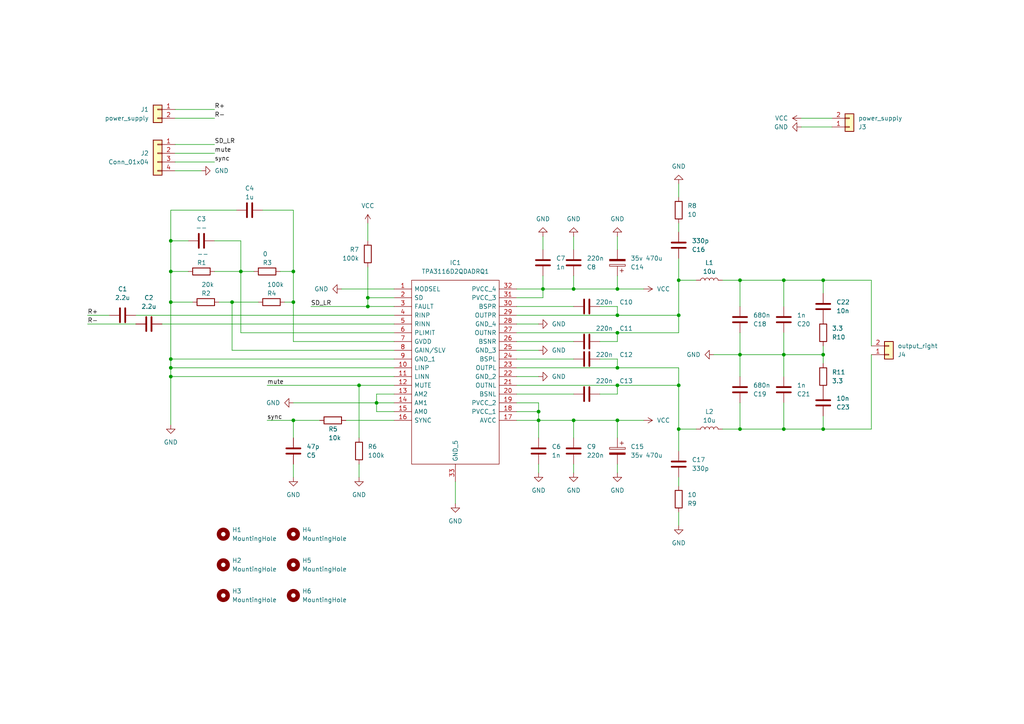
<source format=kicad_sch>
(kicad_sch (version 20230121) (generator eeschema)
  (paper "A4")
  (lib_symbols
    (symbol "Connector_Generic:Conn_01x02" (pin_names (offset 1.016) hide)
      (property "Reference" "J" (at 0 2.54 0))
      (property "Value" "Conn_01x02" (at 0 -5.08 0))
      (symbol "Conn_01x02_1_1"
        (rectangle (start -1.27 -2.413) (end 0 -2.667) (stroke (width 0.1524)))
        (rectangle (start -1.27 0.127) (end 0 -0.127) (stroke (width 0.1524)))
        (rectangle (start -1.27 1.27) (end 1.27 -3.81) (stroke (width 0.254)) (fill (type background)))
        (pin passive line (at -5.08 0 0) (length 3.81) (name "Pin_1") (number "1"))
        (pin passive line (at -5.08 -2.54 0) (length 3.81) (name "Pin_2") (number "2"))
      )
    )
    (symbol "Connector_Generic:Conn_01x04" (pin_names (offset 1.016) hide)
      (property "Reference" "J" (at 0 5.08 0))
      (property "Value" "Conn_01x04" (at 0 -7.62 0))
      (symbol "Conn_01x04_1_1"
        (rectangle (start -1.27 -4.953) (end 0 -5.207) (stroke (width 0.1524)))
        (rectangle (start -1.27 -2.413) (end 0 -2.667) (stroke (width 0.1524)))
        (rectangle (start -1.27 0.127) (end 0 -0.127) (stroke (width 0.1524)))
        (rectangle (start -1.27 2.667) (end 0 2.413) (stroke (width 0.1524)))
        (rectangle (start -1.27 3.81) (end 1.27 -6.35) (stroke (width 0.254)) (fill (type background)))
        (pin passive line (at -5.08 2.54 0) (length 3.81) (name "Pin_1") (number "1"))
        (pin passive line (at -5.08 0 0) (length 3.81) (name "Pin_2") (number "2"))
        (pin passive line (at -5.08 -2.54 0) (length 3.81) (name "Pin_3") (number "3"))
        (pin passive line (at -5.08 -5.08 0) (length 3.81) (name "Pin_4") (number "4"))
      )
    )
    (symbol "Device:C" (pin_numbers hide) (pin_names (offset 0.254))
      (property "Reference" "C" (at 0.635 2.54 0))
      (property "Value" "C" (at 0.635 -2.54 0))
      (symbol "C_0_1"
        (polyline (pts (xy -2.032 -0.762) (xy 2.032 -0.762)) (stroke (width 0.508)))
        (polyline (pts (xy -2.032 0.762) (xy 2.032 0.762)) (stroke (width 0.508)))
      )
      (symbol "C_1_1"
        (pin passive line (at 0 3.81 270) (length 2.794) (name "~") (number "1"))
        (pin passive line (at 0 -3.81 90) (length 2.794) (name "~") (number "2"))
      )
    )
    (symbol "Device:C_Polarized" (pin_numbers hide) (pin_names (offset 0.254))
      (property "Reference" "C" (at 0.635 2.54 0))
      (property "Value" "C_Polarized" (at 0.635 -2.54 0))
      (symbol "C_Polarized_0_1"
        (rectangle (start -2.286 0.508) (end 2.286 1.016))
        (polyline (pts (xy -1.778 2.286) (xy -0.762 2.286)))
        (polyline (pts (xy -1.27 2.794) (xy -1.27 1.778)))
        (rectangle (start 2.286 -0.508) (end -2.286 -1.016) (fill (type outline)))
      )
      (symbol "C_Polarized_1_1"
        (pin passive line (at 0 3.81 270) (length 2.794) (name "~") (number "1"))
        (pin passive line (at 0 -3.81 90) (length 2.794) (name "~") (number "2"))
      )
    )
    (symbol "Device:L" (pin_numbers hide) (pin_names (offset 1.016) hide)
      (property "Reference" "L" (at -1.27 0 90))
      (property "Value" "L" (at 1.905 0 90))
      (symbol "L_0_1"
        (arc (start 0 -2.54) (mid 0.6323 -1.905) (end 0 -1.27))
        (arc (start 0 -1.27) (mid 0.6323 -0.635) (end 0 0))
        (arc (start 0 0) (mid 0.6323 0.635) (end 0 1.27))
        (arc (start 0 1.27) (mid 0.6323 1.905) (end 0 2.54))
      )
      (symbol "L_1_1"
        (pin passive line (at 0 3.81 270) (length 1.27) (name "1") (number "1"))
        (pin passive line (at 0 -3.81 90) (length 1.27) (name "2") (number "2"))
      )
    )
    (symbol "Device:R" (pin_numbers hide) (pin_names (offset 0))
      (property "Reference" "R" (at 2.032 0 90))
      (property "Value" "R" (at 0 0 90))
      (symbol "R_0_1"
        (rectangle (start -1.016 -2.54) (end 1.016 2.54) (stroke (width 0.254)))
      )
      (symbol "R_1_1"
        (pin passive line (at 0 3.81 270) (length 1.27) (name "~") (number "1"))
        (pin passive line (at 0 -3.81 90) (length 1.27) (name "~") (number "2"))
      )
    )
    (symbol "Mechanical:MountingHole" (pin_names (offset 1.016))
      (property "Reference" "H" (at 0 5.08 0))
      (property "Value" "MountingHole" (at 0 3.175 0))
      (symbol "MountingHole_0_1"
        (circle (center 0 0) (radius 1.27) (stroke (width 1.27)))
      )
    )
    (symbol "local:TPA3116D2QDADRQ1" (pin_names (offset 0.762))
      (property "Reference" "IC" (at 31.75 7.62 0))
      (property "Value" "TPA3116D2QDADRQ1" (at 31.75 5.08 0))
      (symbol "TPA3116D2QDADRQ1_0_0"
        (pin passive line (at 0 0 0) (length 5.08) (name "MODSEL") (number "1"))
        (pin passive line (at 0 -22.86 0) (length 5.08) (name "LINP") (number "10"))
        (pin passive line (at 0 -25.4 0) (length 5.08) (name "LINN") (number "11"))
        (pin passive line (at 0 -27.94 0) (length 5.08) (name "MUTE") (number "12"))
        (pin passive line (at 0 -30.48 0) (length 5.08) (name "AM2") (number "13"))
        (pin passive line (at 0 -33.02 0) (length 5.08) (name "AM1") (number "14"))
        (pin passive line (at 0 -35.56 0) (length 5.08) (name "AM0") (number "15"))
        (pin passive line (at 0 -38.1 0) (length 5.08) (name "SYNC") (number "16"))
        (pin passive line (at 35.56 -38.1 180) (length 5.08) (name "AVCC") (number "17"))
        (pin passive line (at 35.56 -35.56 180) (length 5.08) (name "PVCC_1") (number "18"))
        (pin passive line (at 35.56 -33.02 180) (length 5.08) (name "PVCC_2") (number "19"))
        (pin passive line (at 0 -2.54 0) (length 5.08) (name "SD") (number "2"))
        (pin passive line (at 35.56 -30.48 180) (length 5.08) (name "BSNL") (number "20"))
        (pin passive line (at 35.56 -27.94 180) (length 5.08) (name "OUTNL") (number "21"))
        (pin passive line (at 35.56 -25.4 180) (length 5.08) (name "GND_2") (number "22"))
        (pin passive line (at 35.56 -22.86 180) (length 5.08) (name "OUTPL") (number "23"))
        (pin passive line (at 35.56 -20.32 180) (length 5.08) (name "BSPL") (number "24"))
        (pin passive line (at 35.56 -17.78 180) (length 5.08) (name "GND_3") (number "25"))
        (pin passive line (at 35.56 -15.24 180) (length 5.08) (name "BSNR") (number "26"))
        (pin passive line (at 35.56 -12.7 180) (length 5.08) (name "OUTNR") (number "27"))
        (pin passive line (at 35.56 -10.16 180) (length 5.08) (name "GND_4") (number "28"))
        (pin passive line (at 35.56 -7.62 180) (length 5.08) (name "OUTPR") (number "29"))
        (pin passive line (at 0 -5.08 0) (length 5.08) (name "FAULT") (number "3"))
        (pin passive line (at 35.56 -5.08 180) (length 5.08) (name "BSPR") (number "30"))
        (pin passive line (at 35.56 -2.54 180) (length 5.08) (name "PVCC_3") (number "31"))
        (pin passive line (at 35.56 0 180) (length 5.08) (name "PVCC_4") (number "32"))
        (pin passive line (at 17.78 -55.88 90) (length 5.08) (name "GND_5") (number "33"))
        (pin passive line (at 0 -7.62 0) (length 5.08) (name "RINP") (number "4"))
        (pin passive line (at 0 -10.16 0) (length 5.08) (name "RINN") (number "5"))
        (pin passive line (at 0 -12.7 0) (length 5.08) (name "PLIMIT") (number "6"))
        (pin passive line (at 0 -15.24 0) (length 5.08) (name "GVDD") (number "7"))
        (pin passive line (at 0 -17.78 0) (length 5.08) (name "GAIN/SLV") (number "8"))
        (pin passive line (at 0 -20.32 0) (length 5.08) (name "GND_1") (number "9"))
      )
      (symbol "TPA3116D2QDADRQ1_0_1"
        (polyline (pts (xy 5.08 2.54) (xy 30.48 2.54) (xy 30.48 -50.8) (xy 5.08 -50.8) (xy 5.08 2.54)) (stroke (width 0.1524)))
      )
    )
    (symbol "power:GND" (power) (pin_names (offset 0))
      (property "Value" "GND" (at 0 -3.81 0))
      (symbol "GND_0_1"
        (polyline (pts (xy 0 0) (xy 0 -1.27) (xy 1.27 -1.27) (xy 0 -2.54) (xy -1.27 -1.27) (xy 0 -1.27)))
      )
      (symbol "GND_1_1"
        (pin power_in line (at 0 0 270) (length 0) hide (name "GND") (number "1"))
      )
    )
    (symbol "power:VCC" (power) (pin_names (offset 0))
      (property "Value" "VCC" (at 0 3.81 0))
      (symbol "VCC_0_1"
        (polyline (pts (xy -0.762 1.27) (xy 0 2.54)))
        (polyline (pts (xy 0 0) (xy 0 2.54)))
        (polyline (pts (xy 0 2.54) (xy 0.762 1.27)))
      )
      (symbol "VCC_1_1"
        (pin power_in line (at 0 0 90) (length 0) hide (name "VCC") (number "1"))
      )
    )
  )
  (junction (at 214.63 124.46))
  (junction (at 227.33 102.87))
  (junction (at 166.37 121.92))
  (junction (at 238.76 124.46))
  (junction (at 166.37 83.82))
  (junction (at 49.53 69.85))
  (junction (at 49.53 104.14))
  (junction (at 238.76 102.87))
  (junction (at 157.48 83.82))
  (junction (at 156.21 119.38))
  (junction (at 196.85 81.28))
  (junction (at 227.33 81.28))
  (junction (at 49.53 78.74))
  (junction (at 179.07 121.92))
  (junction (at 179.07 83.82))
  (junction (at 196.85 124.46))
  (junction (at 109.22 116.84))
  (junction (at 106.68 86.36))
  (junction (at 196.85 111.76))
  (junction (at 67.31 87.63))
  (junction (at 156.21 121.92))
  (junction (at 227.33 124.46))
  (junction (at 49.53 87.63))
  (junction (at 179.07 91.44))
  (junction (at 69.85 78.74))
  (junction (at 85.09 87.63))
  (junction (at 85.09 121.92))
  (junction (at 196.85 91.44))
  (junction (at 179.07 106.68))
  (junction (at 214.63 81.28))
  (junction (at 49.53 106.68))
  (junction (at 238.76 81.28))
  (junction (at 85.09 78.74))
  (junction (at 106.68 88.9))
  (junction (at 179.07 96.52))
  (junction (at 179.07 111.76))
  (junction (at 49.53 109.22))
  (junction (at 104.14 111.76))
  (junction (at 214.63 102.87))
  (wire (pts (xy 132.08 146.05) (xy 132.08 139.7)))
  (wire (pts (xy 214.63 81.28) (xy 214.63 88.9)))
  (wire (pts (xy 109.22 114.3) (xy 114.3 114.3)))
  (wire (pts (xy 179.07 83.82) (xy 179.07 80.01)))
  (wire (pts (xy 214.63 102.87) (xy 214.63 109.22)))
  (wire (pts (xy 179.07 111.76) (xy 196.85 111.76)))
  (wire (pts (xy 166.37 68.58) (xy 166.37 72.39)))
  (wire (pts (xy 76.2 60.96) (xy 85.09 60.96)))
  (wire (pts (xy 25.4 91.44) (xy 31.75 91.44)))
  (wire (pts (xy 149.86 83.82) (xy 157.48 83.82)))
  (wire (pts (xy 149.86 104.14) (xy 166.37 104.14)))
  (wire (pts (xy 114.3 96.52) (xy 69.85 96.52)))
  (wire (pts (xy 196.85 152.4) (xy 196.85 148.59)))
  (wire (pts (xy 85.09 99.06) (xy 114.3 99.06)))
  (wire (pts (xy 49.53 106.68) (xy 49.53 109.22)))
  (wire (pts (xy 109.22 114.3) (xy 109.22 116.84)))
  (wire (pts (xy 109.22 116.84) (xy 109.22 119.38)))
  (wire (pts (xy 156.21 137.16) (xy 156.21 134.62)))
  (wire (pts (xy 106.68 77.47) (xy 106.68 86.36)))
  (wire (pts (xy 68.58 60.96) (xy 49.53 60.96)))
  (wire (pts (xy 149.86 114.3) (xy 166.37 114.3)))
  (wire (pts (xy 196.85 111.76) (xy 196.85 124.46)))
  (wire (pts (xy 179.07 91.44) (xy 196.85 91.44)))
  (wire (pts (xy 62.23 69.85) (xy 69.85 69.85)))
  (wire (pts (xy 104.14 138.43) (xy 104.14 134.62)))
  (wire (pts (xy 196.85 124.46) (xy 201.93 124.46)))
  (wire (pts (xy 85.09 87.63) (xy 82.55 87.63)))
  (wire (pts (xy 214.63 102.87) (xy 227.33 102.87)))
  (wire (pts (xy 49.53 69.85) (xy 49.53 78.74)))
  (wire (pts (xy 69.85 78.74) (xy 73.66 78.74)))
  (wire (pts (xy 179.07 83.82) (xy 186.69 83.82)))
  (wire (pts (xy 238.76 102.87) (xy 238.76 105.41)))
  (wire (pts (xy 62.23 41.91) (xy 50.8 41.91)))
  (wire (pts (xy 214.63 124.46) (xy 214.63 116.84)))
  (wire (pts (xy 179.07 91.44) (xy 179.07 88.9)))
  (wire (pts (xy 179.07 121.92) (xy 186.69 121.92)))
  (wire (pts (xy 156.21 116.84) (xy 156.21 119.38)))
  (wire (pts (xy 49.53 60.96) (xy 49.53 69.85)))
  (wire (pts (xy 196.85 81.28) (xy 201.93 81.28)))
  (wire (pts (xy 196.85 64.77) (xy 196.85 67.31)))
  (wire (pts (xy 149.86 99.06) (xy 166.37 99.06)))
  (wire (pts (xy 156.21 121.92) (xy 149.86 121.92)))
  (wire (pts (xy 196.85 106.68) (xy 196.85 111.76)))
  (wire (pts (xy 104.14 111.76) (xy 114.3 111.76)))
  (wire (pts (xy 49.53 78.74) (xy 54.61 78.74)))
  (wire (pts (xy 149.86 119.38) (xy 156.21 119.38)))
  (wire (pts (xy 85.09 87.63) (xy 85.09 99.06)))
  (wire (pts (xy 227.33 116.84) (xy 227.33 124.46)))
  (wire (pts (xy 69.85 69.85) (xy 69.85 78.74)))
  (wire (pts (xy 85.09 78.74) (xy 85.09 87.63)))
  (wire (pts (xy 252.73 102.87) (xy 252.73 124.46)))
  (wire (pts (xy 99.06 83.82) (xy 114.3 83.82)))
  (wire (pts (xy 49.53 104.14) (xy 114.3 104.14)))
  (wire (pts (xy 62.23 44.45) (xy 50.8 44.45)))
  (wire (pts (xy 238.76 81.28) (xy 238.76 85.09)))
  (wire (pts (xy 238.76 100.33) (xy 238.76 102.87)))
  (wire (pts (xy 85.09 116.84) (xy 109.22 116.84)))
  (wire (pts (xy 207.01 102.87) (xy 214.63 102.87)))
  (wire (pts (xy 238.76 120.65) (xy 238.76 124.46)))
  (wire (pts (xy 196.85 124.46) (xy 196.85 130.81)))
  (wire (pts (xy 67.31 87.63) (xy 74.93 87.63)))
  (wire (pts (xy 157.48 86.36) (xy 149.86 86.36)))
  (wire (pts (xy 85.09 121.92) (xy 85.09 127)))
  (wire (pts (xy 106.68 86.36) (xy 114.3 86.36)))
  (wire (pts (xy 49.53 109.22) (xy 49.53 123.19)))
  (wire (pts (xy 49.53 87.63) (xy 55.88 87.63)))
  (wire (pts (xy 106.68 64.77) (xy 106.68 69.85)))
  (wire (pts (xy 156.21 121.92) (xy 166.37 121.92)))
  (wire (pts (xy 109.22 116.84) (xy 114.3 116.84)))
  (wire (pts (xy 49.53 104.14) (xy 49.53 106.68)))
  (wire (pts (xy 149.86 88.9) (xy 166.37 88.9)))
  (wire (pts (xy 214.63 96.52) (xy 214.63 102.87)))
  (wire (pts (xy 149.86 116.84) (xy 156.21 116.84)))
  (wire (pts (xy 77.47 121.92) (xy 85.09 121.92)))
  (wire (pts (xy 49.53 106.68) (xy 114.3 106.68)))
  (wire (pts (xy 227.33 102.87) (xy 238.76 102.87)))
  (wire (pts (xy 179.07 99.06) (xy 173.99 99.06)))
  (wire (pts (xy 227.33 96.52) (xy 227.33 102.87)))
  (wire (pts (xy 62.23 31.75) (xy 50.8 31.75)))
  (wire (pts (xy 69.85 96.52) (xy 69.85 78.74)))
  (wire (pts (xy 156.21 101.6) (xy 149.86 101.6)))
  (wire (pts (xy 166.37 83.82) (xy 179.07 83.82)))
  (wire (pts (xy 227.33 102.87) (xy 227.33 109.22)))
  (wire (pts (xy 106.68 88.9) (xy 106.68 86.36)))
  (wire (pts (xy 238.76 81.28) (xy 252.73 81.28)))
  (wire (pts (xy 209.55 124.46) (xy 214.63 124.46)))
  (wire (pts (xy 114.3 88.9) (xy 106.68 88.9)))
  (wire (pts (xy 252.73 81.28) (xy 252.73 100.33)))
  (wire (pts (xy 100.33 121.92) (xy 114.3 121.92)))
  (wire (pts (xy 39.37 91.44) (xy 114.3 91.44)))
  (wire (pts (xy 179.07 88.9) (xy 173.99 88.9)))
  (wire (pts (xy 62.23 78.74) (xy 69.85 78.74)))
  (wire (pts (xy 166.37 83.82) (xy 166.37 80.01)))
  (wire (pts (xy 179.07 104.14) (xy 179.07 106.68)))
  (wire (pts (xy 179.07 111.76) (xy 179.07 114.3)))
  (wire (pts (xy 149.86 111.76) (xy 179.07 111.76)))
  (wire (pts (xy 196.85 96.52) (xy 196.85 91.44)))
  (wire (pts (xy 49.53 109.22) (xy 114.3 109.22)))
  (wire (pts (xy 149.86 91.44) (xy 179.07 91.44)))
  (wire (pts (xy 157.48 68.58) (xy 157.48 72.39)))
  (wire (pts (xy 85.09 60.96) (xy 85.09 78.74)))
  (wire (pts (xy 49.53 69.85) (xy 54.61 69.85)))
  (wire (pts (xy 157.48 80.01) (xy 157.48 83.82)))
  (wire (pts (xy 46.99 93.98) (xy 114.3 93.98)))
  (wire (pts (xy 196.85 140.97) (xy 196.85 138.43)))
  (wire (pts (xy 104.14 111.76) (xy 104.14 127)))
  (wire (pts (xy 90.17 88.9) (xy 106.68 88.9)))
  (wire (pts (xy 227.33 81.28) (xy 238.76 81.28)))
  (wire (pts (xy 157.48 83.82) (xy 157.48 86.36)))
  (wire (pts (xy 25.4 93.98) (xy 39.37 93.98)))
  (wire (pts (xy 179.07 106.68) (xy 196.85 106.68)))
  (wire (pts (xy 63.5 87.63) (xy 67.31 87.63)))
  (wire (pts (xy 85.09 121.92) (xy 92.71 121.92)))
  (wire (pts (xy 81.28 78.74) (xy 85.09 78.74)))
  (wire (pts (xy 232.41 34.29) (xy 241.3 34.29)))
  (wire (pts (xy 77.47 111.76) (xy 104.14 111.76)))
  (wire (pts (xy 173.99 104.14) (xy 179.07 104.14)))
  (wire (pts (xy 252.73 124.46) (xy 238.76 124.46)))
  (wire (pts (xy 166.37 121.92) (xy 166.37 127)))
  (wire (pts (xy 149.86 96.52) (xy 179.07 96.52)))
  (wire (pts (xy 156.21 93.98) (xy 149.86 93.98)))
  (wire (pts (xy 196.85 74.93) (xy 196.85 81.28)))
  (wire (pts (xy 227.33 81.28) (xy 227.33 88.9)))
  (wire (pts (xy 179.07 121.92) (xy 179.07 127)))
  (wire (pts (xy 67.31 101.6) (xy 114.3 101.6)))
  (wire (pts (xy 58.42 49.53) (xy 50.8 49.53)))
  (wire (pts (xy 179.07 68.58) (xy 179.07 72.39)))
  (wire (pts (xy 179.07 114.3) (xy 173.99 114.3)))
  (wire (pts (xy 156.21 119.38) (xy 156.21 121.92)))
  (wire (pts (xy 62.23 34.29) (xy 50.8 34.29)))
  (wire (pts (xy 49.53 87.63) (xy 49.53 104.14)))
  (wire (pts (xy 156.21 109.22) (xy 149.86 109.22)))
  (wire (pts (xy 157.48 83.82) (xy 166.37 83.82)))
  (wire (pts (xy 109.22 119.38) (xy 114.3 119.38)))
  (wire (pts (xy 49.53 78.74) (xy 49.53 87.63)))
  (wire (pts (xy 166.37 137.16) (xy 166.37 134.62)))
  (wire (pts (xy 85.09 138.43) (xy 85.09 134.62)))
  (wire (pts (xy 179.07 106.68) (xy 149.86 106.68)))
  (wire (pts (xy 227.33 81.28) (xy 214.63 81.28)))
  (wire (pts (xy 214.63 124.46) (xy 227.33 124.46)))
  (wire (pts (xy 179.07 96.52) (xy 179.07 99.06)))
  (wire (pts (xy 179.07 137.16) (xy 179.07 134.62)))
  (wire (pts (xy 156.21 121.92) (xy 156.21 127)))
  (wire (pts (xy 67.31 87.63) (xy 67.31 101.6)))
  (wire (pts (xy 62.23 46.99) (xy 50.8 46.99)))
  (wire (pts (xy 232.41 36.83) (xy 241.3 36.83)))
  (wire (pts (xy 209.55 81.28) (xy 214.63 81.28)))
  (wire (pts (xy 166.37 121.92) (xy 179.07 121.92)))
  (wire (pts (xy 196.85 91.44) (xy 196.85 81.28)))
  (wire (pts (xy 179.07 96.52) (xy 196.85 96.52)))
  (wire (pts (xy 196.85 53.34) (xy 196.85 57.15)))
  (wire (pts (xy 227.33 124.46) (xy 238.76 124.46)))
  (label "mute" (at 62.23 44.45 0))
  (label "R-" (at 62.23 34.29 0))
  (label "SD_LR" (at 62.23 41.91 0))
  (label "R-" (at 25.4 93.98 0))
  (label "sync" (at 77.47 121.92 0))
  (label "sync" (at 62.23 46.99 0))
  (label "R+" (at 62.23 31.75 0))
  (label "mute" (at 77.47 111.76 0))
  (label "SD_LR" (at 90.17 88.9 0))
  (label "R+" (at 25.4 91.44 0))
  (symbol (lib_id "power:GND") (at 156.21 137.16 0) (unit 1)
    (property "Reference" "#PWR013" (effects hide))
    (property "Value" "GND" (at 156.21 142.24 0))
  )
  (symbol (lib_id "Device:R") (at 96.52 121.92 270) (unit 1)
    (property "Reference" "R5" (at 95.25 124.46 90) (effects (justify left)))
    (property "Value" "10k" (at 95.25 127 90) (effects (justify left)))
    (property "Footprint" "Resistor_SMD:R_0603_1608Metric" (effects hide))
  )
  (symbol (lib_id "Connector_Generic:Conn_01x02") (at 45.72 31.75 0) (mirror y) (unit 1)
    (property "Reference" "J1" (at 43.18 31.75 0) (effects (justify left)))
    (property "Value" "power_supply" (at 43.18 34.29 0) (effects (justify left)))
    (property "Footprint" "Connector_JST:JST_EH_B2B-EH-A_1x02_P2.50mm_Vertical" (effects hide))
  )
  (symbol (lib_id "Device:R") (at 238.76 109.22 0) (unit 1)
    (property "Reference" "R11" (at 241.3 107.95 0) (effects (justify left)))
    (property "Value" "3.3" (at 241.3 110.49 0) (effects (justify left)))
    (property "Footprint" "Resistor_SMD:R_0603_1608Metric" (effects hide))
  )
  (symbol (lib_id "power:VCC") (at 106.68 64.77 0) (unit 1)
    (property "Reference" "#PWR08" (effects hide))
    (property "Value" "VCC" (at 106.68 59.69 0))
  )
  (symbol (lib_id "Device:C") (at 196.85 134.62 0) (unit 1)
    (property "Reference" "C17" (at 200.66 133.35 0) (effects (justify left)))
    (property "Value" "330p" (at 200.66 135.89 0) (effects (justify left)))
    (property "Footprint" "Capacitor_SMD:C_0603_1608Metric" (effects hide))
  )
  (symbol (lib_id "power:GND") (at 49.53 123.19 0) (unit 1)
    (property "Reference" "#PWR01" (effects hide))
    (property "Value" "GND" (at 49.53 128.27 0))
  )
  (symbol (lib_id "power:GND") (at 104.14 138.43 0) (unit 1)
    (property "Reference" "#PWR07" (effects hide))
    (property "Value" "GND" (at 104.14 143.51 0))
  )
  (symbol (lib_id "Device:C") (at 170.18 104.14 270) (mirror x) (unit 1)
    (property "Reference" "C12" (at 181.61 102.87 90))
    (property "Value" "220n" (at 175.26 102.87 90))
    (property "Footprint" "Capacitor_SMD:C_0603_1608Metric" (effects hide))
  )
  (symbol (lib_id "Device:C") (at 170.18 114.3 270) (mirror x) (unit 1)
    (property "Reference" "C13" (at 181.61 110.49 90))
    (property "Value" "220n" (at 175.26 110.49 90))
    (property "Footprint" "Capacitor_SMD:C_0603_1608Metric" (effects hide))
  )
  (symbol (lib_id "power:GND") (at 157.48 68.58 180) (unit 1)
    (property "Reference" "#PWR014" (effects hide))
    (property "Value" "GND" (at 157.48 63.5 0))
  )
  (symbol (lib_id "Device:R") (at 77.47 78.74 270) (mirror x) (unit 1)
    (property "Reference" "R3" (at 76.2 76.2 90) (effects (justify left)))
    (property "Value" "0" (at 76.2 73.66 90) (effects (justify left)))
    (property "Footprint" "Resistor_SMD:R_0603_1608Metric" (effects hide))
  )
  (symbol (lib_id "Connector_Generic:Conn_01x02") (at 246.38 36.83 0) (mirror x) (unit 1)
    (property "Reference" "J3" (at 248.92 36.83 0) (effects (justify left)))
    (property "Value" "power_supply" (at 248.92 34.29 0) (effects (justify left)))
    (property "Footprint" "Connector_JST:JST_VH_B2P-VH-B_1x02_P3.96mm_Vertical" (effects hide))
  )
  (symbol (lib_id "Device:C") (at 227.33 92.71 0) (mirror x) (unit 1)
    (property "Reference" "C20" (at 231.14 93.98 0) (effects (justify left)))
    (property "Value" "1n" (at 231.14 91.44 0) (effects (justify left)))
    (property "Footprint" "Capacitor_SMD:C_0603_1608Metric" (effects hide))
  )
  (symbol (lib_id "Device:C") (at 170.18 88.9 270) (unit 1)
    (property "Reference" "C10" (at 181.61 87.63 90))
    (property "Value" "220n" (at 175.26 87.63 90))
    (property "Footprint" "Capacitor_SMD:C_0603_1608Metric" (effects hide))
  )
  (symbol (lib_id "Device:C_Polarized") (at 179.07 76.2 180) (unit 1)
    (property "Reference" "C14" (at 182.88 77.47 0) (effects (justify right)))
    (property "Value" "35v 470u" (at 182.88 74.93 0) (effects (justify right)))
    (property "Footprint" "Capacitor_THT:CP_Radial_D10.0mm_P5.00mm" (effects hide))
  )
  (symbol (lib_id "power:GND") (at 132.08 146.05 0) (unit 1)
    (property "Reference" "#PWR09" (effects hide))
    (property "Value" "GND" (at 132.08 151.13 0))
  )
  (symbol (lib_id "Device:R") (at 58.42 78.74 270) (mirror x) (unit 1)
    (property "Reference" "R1" (at 57.15 76.2 90) (effects (justify left)))
    (property "Value" "--" (at 57.15 73.66 90) (effects (justify left)))
    (property "Footprint" "Resistor_SMD:R_0603_1608Metric" (effects hide))
  )
  (symbol (lib_id "Device:C") (at 157.48 76.2 0) (unit 1)
    (property "Reference" "C7" (at 161.29 74.93 0) (effects (justify left)))
    (property "Value" "1n" (at 161.29 77.47 0) (effects (justify left)))
    (property "Footprint" "Capacitor_SMD:C_0603_1608Metric" (effects hide))
  )
  (symbol (lib_id "Device:C") (at 214.63 92.71 0) (mirror x) (unit 1)
    (property "Reference" "C18" (at 218.44 93.98 0) (effects (justify left)))
    (property "Value" "680n" (at 218.44 91.44 0) (effects (justify left)))
    (property "Footprint" "Capacitor_SMD:C_1812_4532Metric" (effects hide))
  )
  (symbol (lib_id "Device:L") (at 205.74 124.46 90) (unit 1)
    (property "Reference" "L2" (at 205.74 119.38 90))
    (property "Value" "10u" (at 205.74 121.92 90))
    (property "Footprint" "Inductor_SMD:L_12x12mm_H8mm" (effects hide))
  )
  (symbol (lib_id "power:GND") (at 99.06 83.82 270) (unit 1)
    (property "Reference" "#PWR06" (effects hide))
    (property "Value" "GND" (at 95.25 83.82 90) (effects (justify right)))
  )
  (symbol (lib_id "Device:R") (at 104.14 130.81 0) (unit 1)
    (property "Reference" "R6" (at 106.68 129.54 0) (effects (justify left)))
    (property "Value" "100k" (at 106.68 132.08 0) (effects (justify left)))
    (property "Footprint" "Resistor_SMD:R_0603_1608Metric" (effects hide))
  )
  (symbol (lib_id "Mechanical:MountingHole") (at 64.77 154.94 0) (unit 1)
    (property "Reference" "H1" (at 67.31 153.67 0) (effects (justify left)))
    (property "Value" "MountingHole" (at 67.31 156.21 0) (effects (justify left)))
    (property "Footprint" "MountingHole:MountingHole_3.2mm_M3_DIN965_Pad" (effects hide))
  )
  (symbol (lib_id "Device:C") (at 170.18 99.06 270) (unit 1)
    (property "Reference" "C11" (at 181.61 95.25 90))
    (property "Value" "220n" (at 175.26 95.25 90))
    (property "Footprint" "Capacitor_SMD:C_0603_1608Metric" (effects hide))
  )
  (symbol (lib_id "power:GND") (at 232.41 36.83 270) (unit 1)
    (property "Reference" "#PWR025" (effects hide))
    (property "Value" "GND" (at 228.6 36.83 90) (effects (justify right)))
  )
  (symbol (lib_id "power:GND") (at 85.09 116.84 270) (unit 1)
    (property "Reference" "#PWR04" (effects hide))
    (property "Value" "GND" (at 81.28 116.84 90) (effects (justify right)))
  )
  (symbol (lib_id "power:GND") (at 156.21 109.22 90) (unit 1)
    (property "Reference" "#PWR012" (effects hide))
    (property "Value" "GND" (at 160.02 109.22 90) (effects (justify right)))
  )
  (symbol (lib_id "Device:R") (at 78.74 87.63 270) (mirror x) (unit 1)
    (property "Reference" "R4" (at 77.47 85.09 90) (effects (justify left)))
    (property "Value" "100k" (at 77.47 82.55 90) (effects (justify left)))
    (property "Footprint" "Resistor_SMD:R_0603_1608Metric" (effects hide))
  )
  (symbol (lib_id "power:GND") (at 196.85 53.34 180) (unit 1)
    (property "Reference" "#PWR021" (effects hide))
    (property "Value" "GND" (at 196.85 48.26 0))
  )
  (symbol (lib_id "power:GND") (at 166.37 137.16 0) (unit 1)
    (property "Reference" "#PWR016" (effects hide))
    (property "Value" "GND" (at 166.37 142.24 0))
  )
  (symbol (lib_id "local:TPA3116D2QDADRQ1") (at 114.3 83.82 0) (unit 1)
    (property "Reference" "IC1" (at 132.08 76.2 0))
    (property "Value" "TPA3116D2QDADRQ1" (at 132.08 78.74 0))
    (property "Footprint" "local:SOP65P810X120-33N" (effects hide))
    (property "Datasheet" "http://www.ti.com/lit/gpn/tpa3116d2-q1" (effects hide))
    (property "Description" "2-Ch, 50-W Analog Input Class-D Audio Amplifier" (effects hide))
    (property "Height" "1.2" (effects hide))
    (property "Manufacturer_Name" "Texas Instruments" (effects hide))
    (property "Manufacturer_Part_Number" "TPA3116D2QDADRQ1" (effects hide))
    (property "Mouser Part Number" "595-TPA3116D2QDADRQ1" (effects hide))
    (property "Mouser Price/Stock" "https://www.mouser.co.uk/ProductDetail/Texas-Instruments/TPA3116D2QDADRQ1?qs=UPLqB4C8V4HphPtdRa3LzQ%3D%3D" (effects hide))
    (property "Arrow Part Number" "TPA3116D2QDADRQ1" (effects hide))
    (property "Arrow Price/Stock" "https://www.arrow.com/en/products/tpa3116d2qdadrq1/texas-instruments?utm_currency=USD&region=nac" (effects hide))
  )
  (symbol (lib_id "power:GND") (at 179.07 68.58 0) (mirror x) (unit 1)
    (property "Reference" "#PWR017" (effects hide))
    (property "Value" "GND" (at 179.07 63.5 0))
  )
  (symbol (lib_id "Mechanical:MountingHole") (at 64.77 172.72 0) (unit 1)
    (property "Reference" "H3" (at 67.31 171.45 0) (effects (justify left)))
    (property "Value" "MountingHole" (at 67.31 173.99 0) (effects (justify left)))
    (property "Footprint" "MountingHole:MountingHole_3.2mm_M3_DIN965_Pad" (effects hide))
  )
  (symbol (lib_id "Mechanical:MountingHole") (at 85.09 163.83 0) (unit 1)
    (property "Reference" "H5" (at 87.63 162.56 0) (effects (justify left)))
    (property "Value" "MountingHole" (at 87.63 165.1 0) (effects (justify left)))
    (property "Footprint" "MountingHole:MountingHole_3.2mm_M3_DIN965_Pad" (effects hide))
  )
  (symbol (lib_id "power:GND") (at 179.07 137.16 0) (unit 1)
    (property "Reference" "#PWR018" (effects hide))
    (property "Value" "GND" (at 179.07 142.24 0))
  )
  (symbol (lib_id "Mechanical:MountingHole") (at 64.77 163.83 0) (unit 1)
    (property "Reference" "H2" (at 67.31 162.56 0) (effects (justify left)))
    (property "Value" "MountingHole" (at 67.31 165.1 0) (effects (justify left)))
    (property "Footprint" "MountingHole:MountingHole_3.2mm_M3_DIN965_Pad" (effects hide))
  )
  (symbol (lib_id "Device:R") (at 196.85 144.78 0) (mirror x) (unit 1)
    (property "Reference" "R9" (at 199.39 146.05 0) (effects (justify left)))
    (property "Value" "10" (at 199.39 143.51 0) (effects (justify left)))
    (property "Footprint" "Resistor_SMD:R_0805_2012Metric" (effects hide))
  )
  (symbol (lib_id "Device:C_Polarized") (at 179.07 130.81 0) (mirror y) (unit 1)
    (property "Reference" "C15" (at 182.88 129.54 0) (effects (justify right)))
    (property "Value" "35v 470u" (at 182.88 132.08 0) (effects (justify right)))
    (property "Footprint" "Capacitor_THT:CP_Radial_D10.0mm_P5.00mm" (effects hide))
  )
  (symbol (lib_id "Device:R") (at 196.85 60.96 0) (unit 1)
    (property "Reference" "R8" (at 199.39 59.69 0) (effects (justify left)))
    (property "Value" "10" (at 199.39 62.23 0) (effects (justify left)))
    (property "Footprint" "Resistor_SMD:R_0805_2012Metric" (effects hide))
  )
  (symbol (lib_id "Device:C") (at 35.56 91.44 90) (unit 1)
    (property "Reference" "C1" (at 35.56 83.82 90))
    (property "Value" "2.2u" (at 35.56 86.36 90))
    (property "Footprint" "Capacitor_SMD:C_0805_2012Metric" (effects hide))
  )
  (symbol (lib_id "Device:R") (at 59.69 87.63 270) (mirror x) (unit 1)
    (property "Reference" "R2" (at 58.42 85.09 90) (effects (justify left)))
    (property "Value" "20k" (at 58.42 82.55 90) (effects (justify left)))
    (property "Footprint" "Resistor_SMD:R_0603_1608Metric" (effects hide))
  )
  (symbol (lib_id "power:GND") (at 156.21 101.6 90) (unit 1)
    (property "Reference" "#PWR011" (effects hide))
    (property "Value" "GND" (at 160.02 101.6 90) (effects (justify right)))
  )
  (symbol (lib_id "Device:C") (at 166.37 130.81 0) (unit 1)
    (property "Reference" "C9" (at 170.18 129.54 0) (effects (justify left)))
    (property "Value" "220n" (at 170.18 132.08 0) (effects (justify left)))
    (property "Footprint" "Capacitor_SMD:C_0603_1608Metric" (effects hide))
  )
  (symbol (lib_id "Connector_Generic:Conn_01x04") (at 45.72 44.45 0) (mirror y) (unit 1)
    (property "Reference" "J2" (at 43.18 44.45 0) (effects (justify left)))
    (property "Value" "Conn_01x04" (at 43.18 46.99 0) (effects (justify left)))
    (property "Footprint" "Connector_JST:JST_EH_B4B-EH-A_1x04_P2.50mm_Vertical" (effects hide))
  )
  (symbol (lib_id "Device:C") (at 166.37 76.2 0) (mirror x) (unit 1)
    (property "Reference" "C8" (at 170.18 77.47 0) (effects (justify left)))
    (property "Value" "220n" (at 170.18 74.93 0) (effects (justify left)))
    (property "Footprint" "Capacitor_SMD:C_0603_1608Metric" (effects hide))
  )
  (symbol (lib_id "Device:C") (at 238.76 88.9 0) (unit 1)
    (property "Reference" "C22" (at 242.57 87.63 0) (effects (justify left)))
    (property "Value" "10n" (at 242.57 90.17 0) (effects (justify left)))
    (property "Footprint" "Capacitor_SMD:C_0603_1608Metric" (effects hide))
  )
  (symbol (lib_id "Device:C") (at 85.09 130.81 0) (mirror x) (unit 1)
    (property "Reference" "C5" (at 88.9 132.08 0) (effects (justify left)))
    (property "Value" "47p" (at 88.9 129.54 0) (effects (justify left)))
    (property "Footprint" "Capacitor_SMD:C_0603_1608Metric" (effects hide))
  )
  (symbol (lib_id "Device:C") (at 238.76 116.84 0) (mirror x) (unit 1)
    (property "Reference" "C23" (at 242.57 118.11 0) (effects (justify left)))
    (property "Value" "10n" (at 242.57 115.57 0) (effects (justify left)))
    (property "Footprint" "Capacitor_SMD:C_0603_1608Metric" (effects hide))
  )
  (symbol (lib_id "Mechanical:MountingHole") (at 85.09 172.72 0) (unit 1)
    (property "Reference" "H6" (at 87.63 171.45 0) (effects (justify left)))
    (property "Value" "MountingHole" (at 87.63 173.99 0) (effects (justify left)))
    (property "Footprint" "MountingHole:MountingHole_3.2mm_M3_DIN965_Pad" (effects hide))
  )
  (symbol (lib_id "power:GND") (at 166.37 68.58 0) (mirror x) (unit 1)
    (property "Reference" "#PWR015" (effects hide))
    (property "Value" "GND" (at 166.37 63.5 0))
  )
  (symbol (lib_id "Device:C") (at 227.33 113.03 0) (mirror x) (unit 1)
    (property "Reference" "C21" (at 231.14 114.3 0) (effects (justify left)))
    (property "Value" "1n" (at 231.14 111.76 0) (effects (justify left)))
    (property "Footprint" "Capacitor_SMD:C_0603_1608Metric" (effects hide))
  )
  (symbol (lib_id "Device:R") (at 106.68 73.66 0) (mirror y) (unit 1)
    (property "Reference" "R7" (at 104.14 72.39 0) (effects (justify left)))
    (property "Value" "100k" (at 104.14 74.93 0) (effects (justify left)))
    (property "Footprint" "Resistor_SMD:R_0603_1608Metric" (effects hide))
  )
  (symbol (lib_id "power:GND") (at 58.42 49.53 90) (unit 1)
    (property "Reference" "#PWR02" (effects hide))
    (property "Value" "GND" (at 62.23 49.53 90) (effects (justify right)))
  )
  (symbol (lib_id "power:GND") (at 207.01 102.87 270) (unit 1)
    (property "Reference" "#PWR023" (effects hide))
    (property "Value" "GND" (at 203.2 102.87 90) (effects (justify right)))
  )
  (symbol (lib_id "Device:C") (at 156.21 130.81 0) (unit 1)
    (property "Reference" "C6" (at 160.02 129.54 0) (effects (justify left)))
    (property "Value" "1n" (at 160.02 132.08 0) (effects (justify left)))
    (property "Footprint" "Capacitor_SMD:C_0603_1608Metric" (effects hide))
  )
  (symbol (lib_id "Device:L") (at 205.74 81.28 90) (unit 1)
    (property "Reference" "L1" (at 205.74 76.2 90))
    (property "Value" "10u" (at 205.74 78.74 90))
    (property "Footprint" "Inductor_SMD:L_12x12mm_H8mm" (effects hide))
  )
  (symbol (lib_id "Connector_Generic:Conn_01x02") (at 257.81 102.87 0) (mirror x) (unit 1)
    (property "Reference" "J4" (at 260.35 102.87 0) (effects (justify left)))
    (property "Value" "output_right" (at 260.35 100.33 0) (effects (justify left)))
    (property "Footprint" "Connector_JST:JST_VH_B2P-VH-B_1x02_P3.96mm_Vertical" (effects hide))
  )
  (symbol (lib_id "power:GND") (at 156.21 93.98 90) (unit 1)
    (property "Reference" "#PWR010" (effects hide))
    (property "Value" "GND" (at 160.02 93.98 90) (effects (justify right)))
  )
  (symbol (lib_id "Device:C") (at 43.18 93.98 90) (unit 1)
    (property "Reference" "C2" (at 43.18 86.36 90))
    (property "Value" "2.2u" (at 43.18 88.9 90))
    (property "Footprint" "Capacitor_SMD:C_0805_2012Metric" (effects hide))
  )
  (symbol (lib_id "Device:C") (at 58.42 69.85 90) (unit 1)
    (property "Reference" "C3" (at 58.42 63.5 90))
    (property "Value" "--" (at 58.42 66.04 90))
    (property "Footprint" "Capacitor_SMD:C_0805_2012Metric" (effects hide))
  )
  (symbol (lib_id "power:VCC") (at 232.41 34.29 90) (unit 1)
    (property "Reference" "#PWR024" (effects hide))
    (property "Value" "VCC" (at 228.6 34.29 90) (effects (justify left)))
  )
  (symbol (lib_id "power:GND") (at 196.85 152.4 0) (unit 1)
    (property "Reference" "#PWR022" (effects hide))
    (property "Value" "GND" (at 196.85 157.48 0))
  )
  (symbol (lib_id "Device:C") (at 72.39 60.96 90) (unit 1)
    (property "Reference" "C4" (at 72.39 54.61 90))
    (property "Value" "1u" (at 72.39 57.15 90))
    (property "Footprint" "Capacitor_SMD:C_0805_2012Metric" (effects hide))
  )
  (symbol (lib_id "power:VCC") (at 186.69 83.82 270) (unit 1)
    (property "Reference" "#PWR019" (effects hide))
    (property "Value" "VCC" (at 190.5 83.82 90) (effects (justify left)))
  )
  (symbol (lib_id "Mechanical:MountingHole") (at 85.09 154.94 0) (unit 1)
    (property "Reference" "H4" (at 87.63 153.67 0) (effects (justify left)))
    (property "Value" "MountingHole" (at 87.63 156.21 0) (effects (justify left)))
    (property "Footprint" "MountingHole:MountingHole_3.2mm_M3_DIN965_Pad" (effects hide))
  )
  (symbol (lib_id "Device:R") (at 238.76 96.52 0) (mirror x) (unit 1)
    (property "Reference" "R10" (at 241.3 97.79 0) (effects (justify left)))
    (property "Value" "3.3" (at 241.3 95.25 0) (effects (justify left)))
    (property "Footprint" "Resistor_SMD:R_0603_1608Metric" (effects hide))
  )
  (symbol (lib_id "Device:C") (at 196.85 71.12 0) (mirror x) (unit 1)
    (property "Reference" "C16" (at 200.66 72.39 0) (effects (justify left)))
    (property "Value" "330p" (at 200.66 69.85 0) (effects (justify left)))
    (property "Footprint" "Capacitor_SMD:C_0603_1608Metric" (effects hide))
  )
  (symbol (lib_id "power:VCC") (at 186.69 121.92 270) (unit 1)
    (property "Reference" "#PWR020" (effects hide))
    (property "Value" "VCC" (at 190.5 121.92 90) (effects (justify left)))
  )
  (symbol (lib_id "Device:C") (at 214.63 113.03 0) (mirror x) (unit 1)
    (property "Reference" "C19" (at 218.44 114.3 0) (effects (justify left)))
    (property "Value" "680n" (at 218.44 111.76 0) (effects (justify left)))
    (property "Footprint" "Capacitor_SMD:C_1812_4532Metric" (effects hide))
  )
  (symbol (lib_id "power:GND") (at 85.09 138.43 0) (unit 1)
    (property "Reference" "#PWR05" (effects hide))
    (property "Value" "GND" (at 85.09 143.51 0))
  )
)
</source>
